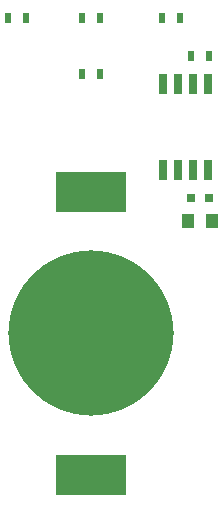
<source format=gtp>
G04 #@! TF.FileFunction,Paste,Top*
%FSLAX46Y46*%
G04 Gerber Fmt 4.6, Leading zero omitted, Abs format (unit mm)*
G04 Created by KiCad (PCBNEW 4.0.0-rc1-stable) date 8/9/2016 11:22:53 PM*
%MOMM*%
G01*
G04 APERTURE LIST*
%ADD10C,0.100000*%
%ADD11R,6.000000X3.500000*%
%ADD12C,14.000000*%
%ADD13R,1.000000X1.250000*%
%ADD14R,0.800000X0.750000*%
%ADD15R,0.650000X1.700000*%
%ADD16R,0.500000X0.900000*%
G04 APERTURE END LIST*
D10*
D11*
X112000000Y-97000000D03*
D12*
X112000000Y-85000000D03*
D11*
X112000000Y-73000000D03*
D13*
X122250000Y-75500000D03*
X120250000Y-75500000D03*
D14*
X122000000Y-73500000D03*
X120500000Y-73500000D03*
D15*
X121905000Y-63850000D03*
X120635000Y-63850000D03*
X119365000Y-63850000D03*
X118095000Y-63850000D03*
X118095000Y-71150000D03*
X119365000Y-71150000D03*
X120635000Y-71150000D03*
X121905000Y-71150000D03*
D16*
X118000000Y-58250000D03*
X119500000Y-58250000D03*
X105000000Y-58250000D03*
X106500000Y-58250000D03*
X111250000Y-58250000D03*
X112750000Y-58250000D03*
X111250000Y-63000000D03*
X112750000Y-63000000D03*
X120500000Y-61500000D03*
X122000000Y-61500000D03*
M02*

</source>
